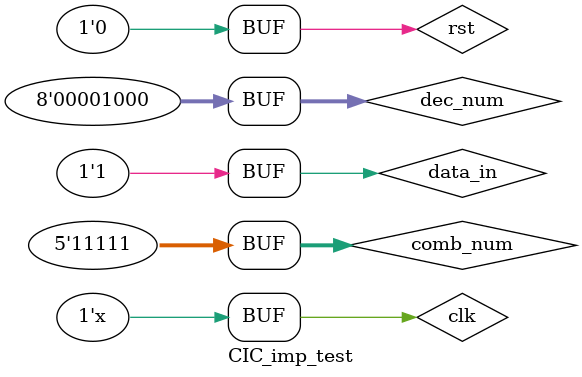
<source format=v>
`timescale 1ns / 1ps


module CIC_imp_test;

	// Inputs
	reg clk;
	reg rst;
	reg [4:0] comb_num;
	reg [7:0] dec_num;
	reg data_in;

	// Outputs
	wire [31:0] data_out;
	wire data_out_valid;
	wire channel;
	wire clk_out;

	// Instantiate the Unit Under Test (UUT)
	CIC uut (
		.clk(clk), 
		.rst(rst), 
		.comb_num(comb_num), 
		.dec_num(dec_num), 
		.data_out(data_out), 
		.data_out_valid(data_out_valid), 
		.channel(channel), 
		.clk_out(clk_out), 
		.data_in(data_in)
	);

	initial begin
		// Initialize Inputs
		clk = 0;
		rst = 0;
		comb_num = 31;
		dec_num = 8;
		data_in = 0;

		// Wait 100 ns for global reset to finish
		#10;
      rst = 1;
		#2
		rst = 0;
		#2
		data_in = 1;
		#20;
		// Add stimulus here

	end
	
	always #1 clk = ~clk;
      
endmodule


</source>
